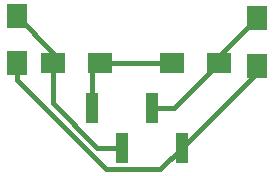
<source format=gbr>
%TF.GenerationSoftware,KiCad,Pcbnew,5.1.9-73d0e3b20d~88~ubuntu20.04.1*%
%TF.CreationDate,2021-04-06T09:19:16+02:00*%
%TF.ProjectId,photodiodCircuit,70686f74-6f64-4696-9f64-436972637569,rev?*%
%TF.SameCoordinates,Original*%
%TF.FileFunction,Copper,L1,Top*%
%TF.FilePolarity,Positive*%
%FSLAX46Y46*%
G04 Gerber Fmt 4.6, Leading zero omitted, Abs format (unit mm)*
G04 Created by KiCad (PCBNEW 5.1.9-73d0e3b20d~88~ubuntu20.04.1) date 2021-04-06 09:19:16*
%MOMM*%
%LPD*%
G01*
G04 APERTURE LIST*
%TA.AperFunction,SMDPad,CuDef*%
%ADD10R,1.000000X2.510000*%
%TD*%
%TA.AperFunction,SMDPad,CuDef*%
%ADD11R,2.000000X1.700000*%
%TD*%
%TA.AperFunction,SMDPad,CuDef*%
%ADD12R,1.700000X2.000000*%
%TD*%
%TA.AperFunction,Conductor*%
%ADD13C,0.400000*%
%TD*%
G04 APERTURE END LIST*
D10*
%TO.P,J1,3*%
%TO.N,/BottomLight*%
X139700000Y-90305000D03*
%TO.P,J1,1*%
%TO.N,/5V*%
X144780000Y-90305000D03*
%TO.P,J1,4*%
%TO.N,GND*%
X137160000Y-86995000D03*
%TO.P,J1,2*%
%TO.N,/TopLight*%
X142240000Y-86995000D03*
%TD*%
D11*
%TO.P,R2,1*%
%TO.N,/BottomLight*%
X133890000Y-83185000D03*
%TO.P,R2,2*%
%TO.N,GND*%
X137890000Y-83185000D03*
%TD*%
%TO.P,R1,1*%
%TO.N,/TopLight*%
X147955000Y-83185000D03*
%TO.P,R1,2*%
%TO.N,GND*%
X143955000Y-83185000D03*
%TD*%
D12*
%TO.P,Q2,1*%
%TO.N,/5V*%
X130810000Y-83185000D03*
%TO.P,Q2,2*%
%TO.N,/BottomLight*%
X130810000Y-79185000D03*
%TD*%
%TO.P,Q1,1*%
%TO.N,/5V*%
X151130000Y-83375000D03*
%TO.P,Q1,2*%
%TO.N,/TopLight*%
X151130000Y-79375000D03*
%TD*%
D13*
%TO.N,/TopLight*%
X144145000Y-86995000D02*
X142240000Y-86995000D01*
X147955000Y-83185000D02*
X144145000Y-86995000D01*
X147955000Y-82550000D02*
X151130000Y-79375000D01*
X147955000Y-83185000D02*
X147955000Y-82550000D01*
%TO.N,/5V*%
X142924999Y-92160001D02*
X144780000Y-90305000D01*
X138358615Y-92160001D02*
X142924999Y-92160001D01*
X130810000Y-84611386D02*
X138358615Y-92160001D01*
X130810000Y-83185000D02*
X130810000Y-84611386D01*
X151130000Y-83955000D02*
X144780000Y-90305000D01*
X151130000Y-83375000D02*
X151130000Y-83955000D01*
%TO.N,/BottomLight*%
X137634998Y-90305000D02*
X139700000Y-90305000D01*
X133890000Y-86560002D02*
X137634998Y-90305000D01*
X133890000Y-83185000D02*
X133890000Y-86560002D01*
X133890000Y-82265000D02*
X130810000Y-79185000D01*
X133890000Y-83185000D02*
X133890000Y-82265000D01*
%TO.N,GND*%
X143955000Y-83185000D02*
X137890000Y-83185000D01*
X137160000Y-83915000D02*
X137890000Y-83185000D01*
X137160000Y-86995000D02*
X137160000Y-83915000D01*
%TD*%
M02*

</source>
